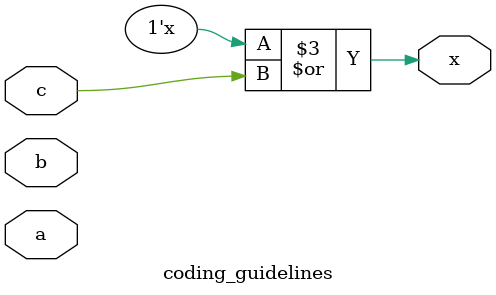
<source format=v>
`timescale 1ns / 1ps


module coding_guidelines(
    input a,b,c,
    output reg x 
    );
    
    always @(a,b,c) 
    begin
        x <= a;
        x <= x ^ b;
        x <= x | c;
        // Basically follows (a^b) | c;
    end
endmodule

</source>
